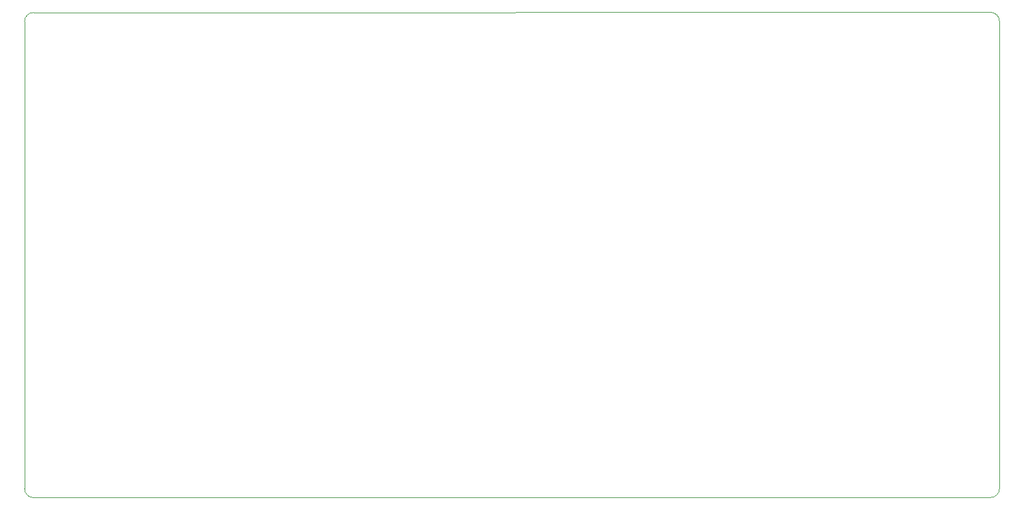
<source format=gbr>
%TF.GenerationSoftware,KiCad,Pcbnew,7.0.0-rc1-unknown-0.4.rc2.fc37*%
%TF.CreationDate,2023-02-14T20:33:30-08:00*%
%TF.ProjectId,prius_gen2,70726975-735f-4676-956e-322e6b696361,rev?*%
%TF.SameCoordinates,Original*%
%TF.FileFunction,Profile,NP*%
%FSLAX46Y46*%
G04 Gerber Fmt 4.6, Leading zero omitted, Abs format (unit mm)*
G04 Created by KiCad (PCBNEW 7.0.0-rc1-unknown-0.4.rc2.fc37) date 2023-02-14 20:33:30*
%MOMM*%
%LPD*%
G01*
G04 APERTURE LIST*
%TA.AperFunction,Profile*%
%ADD10C,0.050000*%
%TD*%
G04 APERTURE END LIST*
D10*
X212911472Y-131291472D02*
X212911472Y-68688528D01*
X83528528Y-132511472D02*
X211711472Y-132491472D01*
X82328528Y-68708528D02*
X82328528Y-131311472D01*
X211711472Y-67488528D02*
X83528528Y-67508528D01*
X211711472Y-132491472D02*
G75*
G03*
X212911472Y-131291472I28J1199972D01*
G01*
X83528528Y-67508528D02*
G75*
G03*
X82328528Y-68708528I-28J-1199972D01*
G01*
X212911472Y-68688528D02*
G75*
G03*
X211711472Y-67488528I-1199972J28D01*
G01*
X82328528Y-131311472D02*
G75*
G03*
X83528528Y-132511472I1199972J-28D01*
G01*
M02*

</source>
